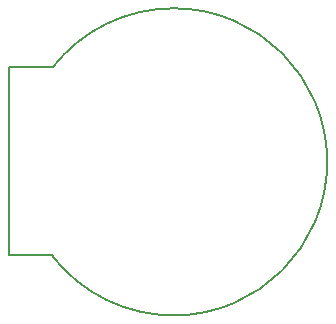
<source format=gbr>
%TF.GenerationSoftware,KiCad,Pcbnew,8.0.3*%
%TF.CreationDate,2024-11-08T22:06:30+02:00*%
%TF.ProjectId,Snowflake-Ornament,536e6f77-666c-4616-9b65-2d4f726e616d,rev?*%
%TF.SameCoordinates,Original*%
%TF.FileFunction,Profile,NP*%
%FSLAX46Y46*%
G04 Gerber Fmt 4.6, Leading zero omitted, Abs format (unit mm)*
G04 Created by KiCad (PCBNEW 8.0.3) date 2024-11-08 22:06:30*
%MOMM*%
%LPD*%
G01*
G04 APERTURE LIST*
%TA.AperFunction,Profile*%
%ADD10C,0.150000*%
%TD*%
G04 APERTURE END LIST*
D10*
X198110175Y-91963683D02*
X194430000Y-91970000D01*
X208360000Y-112960000D02*
G75*
G02*
X198118167Y-107966551I0J13000000D01*
G01*
X194430000Y-91970000D02*
X194410000Y-107830000D01*
X208360000Y-86960000D02*
G75*
G02*
X208360000Y-112960000I0J-13000000D01*
G01*
X198070000Y-107830000D02*
X198118167Y-107966551D01*
X194410000Y-107830000D02*
X198070000Y-107830000D01*
X198110175Y-91963683D02*
G75*
G02*
X208360000Y-86960000I10249825J-7996317D01*
G01*
M02*

</source>
